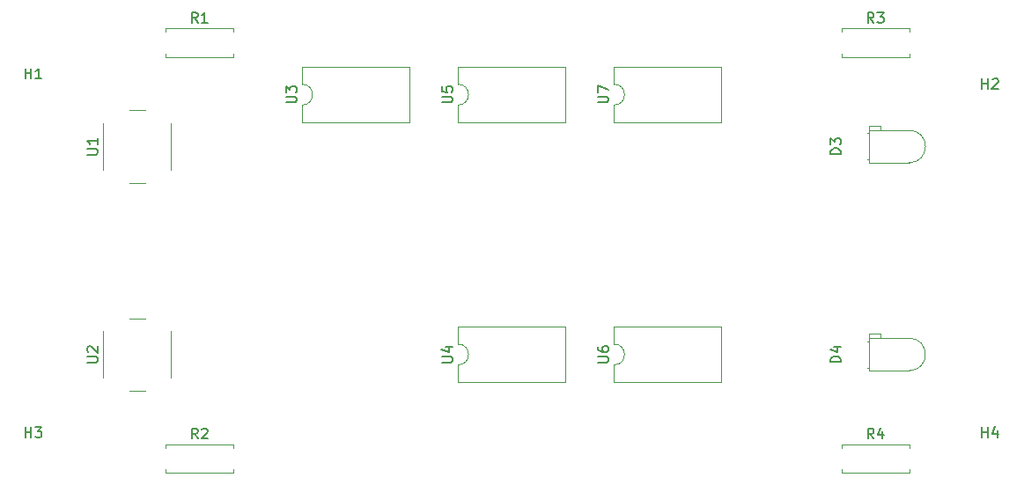
<source format=gbr>
%TF.GenerationSoftware,KiCad,Pcbnew,7.0.7*%
%TF.CreationDate,2023-11-01T21:34:32-04:00*%
%TF.ProjectId,TEJ4M-Unit-4-08,54454a34-4d2d-4556-9e69-742d342d3038,rev?*%
%TF.SameCoordinates,Original*%
%TF.FileFunction,Legend,Top*%
%TF.FilePolarity,Positive*%
%FSLAX46Y46*%
G04 Gerber Fmt 4.6, Leading zero omitted, Abs format (unit mm)*
G04 Created by KiCad (PCBNEW 7.0.7) date 2023-11-01 21:34:32*
%MOMM*%
%LPD*%
G01*
G04 APERTURE LIST*
%ADD10C,0.150000*%
%ADD11C,0.120000*%
G04 APERTURE END LIST*
D10*
X158324819Y-60751904D02*
X159134342Y-60751904D01*
X159134342Y-60751904D02*
X159229580Y-60704285D01*
X159229580Y-60704285D02*
X159277200Y-60656666D01*
X159277200Y-60656666D02*
X159324819Y-60561428D01*
X159324819Y-60561428D02*
X159324819Y-60370952D01*
X159324819Y-60370952D02*
X159277200Y-60275714D01*
X159277200Y-60275714D02*
X159229580Y-60228095D01*
X159229580Y-60228095D02*
X159134342Y-60180476D01*
X159134342Y-60180476D02*
X158324819Y-60180476D01*
X158324819Y-59799523D02*
X158324819Y-59132857D01*
X158324819Y-59132857D02*
X159324819Y-59561428D01*
X158324819Y-85751904D02*
X159134342Y-85751904D01*
X159134342Y-85751904D02*
X159229580Y-85704285D01*
X159229580Y-85704285D02*
X159277200Y-85656666D01*
X159277200Y-85656666D02*
X159324819Y-85561428D01*
X159324819Y-85561428D02*
X159324819Y-85370952D01*
X159324819Y-85370952D02*
X159277200Y-85275714D01*
X159277200Y-85275714D02*
X159229580Y-85228095D01*
X159229580Y-85228095D02*
X159134342Y-85180476D01*
X159134342Y-85180476D02*
X158324819Y-85180476D01*
X158324819Y-84275714D02*
X158324819Y-84466190D01*
X158324819Y-84466190D02*
X158372438Y-84561428D01*
X158372438Y-84561428D02*
X158420057Y-84609047D01*
X158420057Y-84609047D02*
X158562914Y-84704285D01*
X158562914Y-84704285D02*
X158753390Y-84751904D01*
X158753390Y-84751904D02*
X159134342Y-84751904D01*
X159134342Y-84751904D02*
X159229580Y-84704285D01*
X159229580Y-84704285D02*
X159277200Y-84656666D01*
X159277200Y-84656666D02*
X159324819Y-84561428D01*
X159324819Y-84561428D02*
X159324819Y-84370952D01*
X159324819Y-84370952D02*
X159277200Y-84275714D01*
X159277200Y-84275714D02*
X159229580Y-84228095D01*
X159229580Y-84228095D02*
X159134342Y-84180476D01*
X159134342Y-84180476D02*
X158896247Y-84180476D01*
X158896247Y-84180476D02*
X158801009Y-84228095D01*
X158801009Y-84228095D02*
X158753390Y-84275714D01*
X158753390Y-84275714D02*
X158705771Y-84370952D01*
X158705771Y-84370952D02*
X158705771Y-84561428D01*
X158705771Y-84561428D02*
X158753390Y-84656666D01*
X158753390Y-84656666D02*
X158801009Y-84704285D01*
X158801009Y-84704285D02*
X158896247Y-84751904D01*
X143324819Y-60751904D02*
X144134342Y-60751904D01*
X144134342Y-60751904D02*
X144229580Y-60704285D01*
X144229580Y-60704285D02*
X144277200Y-60656666D01*
X144277200Y-60656666D02*
X144324819Y-60561428D01*
X144324819Y-60561428D02*
X144324819Y-60370952D01*
X144324819Y-60370952D02*
X144277200Y-60275714D01*
X144277200Y-60275714D02*
X144229580Y-60228095D01*
X144229580Y-60228095D02*
X144134342Y-60180476D01*
X144134342Y-60180476D02*
X143324819Y-60180476D01*
X143324819Y-59228095D02*
X143324819Y-59704285D01*
X143324819Y-59704285D02*
X143801009Y-59751904D01*
X143801009Y-59751904D02*
X143753390Y-59704285D01*
X143753390Y-59704285D02*
X143705771Y-59609047D01*
X143705771Y-59609047D02*
X143705771Y-59370952D01*
X143705771Y-59370952D02*
X143753390Y-59275714D01*
X143753390Y-59275714D02*
X143801009Y-59228095D01*
X143801009Y-59228095D02*
X143896247Y-59180476D01*
X143896247Y-59180476D02*
X144134342Y-59180476D01*
X144134342Y-59180476D02*
X144229580Y-59228095D01*
X144229580Y-59228095D02*
X144277200Y-59275714D01*
X144277200Y-59275714D02*
X144324819Y-59370952D01*
X144324819Y-59370952D02*
X144324819Y-59609047D01*
X144324819Y-59609047D02*
X144277200Y-59704285D01*
X144277200Y-59704285D02*
X144229580Y-59751904D01*
X143324819Y-85751904D02*
X144134342Y-85751904D01*
X144134342Y-85751904D02*
X144229580Y-85704285D01*
X144229580Y-85704285D02*
X144277200Y-85656666D01*
X144277200Y-85656666D02*
X144324819Y-85561428D01*
X144324819Y-85561428D02*
X144324819Y-85370952D01*
X144324819Y-85370952D02*
X144277200Y-85275714D01*
X144277200Y-85275714D02*
X144229580Y-85228095D01*
X144229580Y-85228095D02*
X144134342Y-85180476D01*
X144134342Y-85180476D02*
X143324819Y-85180476D01*
X143658152Y-84275714D02*
X144324819Y-84275714D01*
X143277200Y-84513809D02*
X143991485Y-84751904D01*
X143991485Y-84751904D02*
X143991485Y-84132857D01*
X128324819Y-60751904D02*
X129134342Y-60751904D01*
X129134342Y-60751904D02*
X129229580Y-60704285D01*
X129229580Y-60704285D02*
X129277200Y-60656666D01*
X129277200Y-60656666D02*
X129324819Y-60561428D01*
X129324819Y-60561428D02*
X129324819Y-60370952D01*
X129324819Y-60370952D02*
X129277200Y-60275714D01*
X129277200Y-60275714D02*
X129229580Y-60228095D01*
X129229580Y-60228095D02*
X129134342Y-60180476D01*
X129134342Y-60180476D02*
X128324819Y-60180476D01*
X128324819Y-59799523D02*
X128324819Y-59180476D01*
X128324819Y-59180476D02*
X128705771Y-59513809D01*
X128705771Y-59513809D02*
X128705771Y-59370952D01*
X128705771Y-59370952D02*
X128753390Y-59275714D01*
X128753390Y-59275714D02*
X128801009Y-59228095D01*
X128801009Y-59228095D02*
X128896247Y-59180476D01*
X128896247Y-59180476D02*
X129134342Y-59180476D01*
X129134342Y-59180476D02*
X129229580Y-59228095D01*
X129229580Y-59228095D02*
X129277200Y-59275714D01*
X129277200Y-59275714D02*
X129324819Y-59370952D01*
X129324819Y-59370952D02*
X129324819Y-59656666D01*
X129324819Y-59656666D02*
X129277200Y-59751904D01*
X129277200Y-59751904D02*
X129229580Y-59799523D01*
X109204819Y-85761904D02*
X110014342Y-85761904D01*
X110014342Y-85761904D02*
X110109580Y-85714285D01*
X110109580Y-85714285D02*
X110157200Y-85666666D01*
X110157200Y-85666666D02*
X110204819Y-85571428D01*
X110204819Y-85571428D02*
X110204819Y-85380952D01*
X110204819Y-85380952D02*
X110157200Y-85285714D01*
X110157200Y-85285714D02*
X110109580Y-85238095D01*
X110109580Y-85238095D02*
X110014342Y-85190476D01*
X110014342Y-85190476D02*
X109204819Y-85190476D01*
X109300057Y-84761904D02*
X109252438Y-84714285D01*
X109252438Y-84714285D02*
X109204819Y-84619047D01*
X109204819Y-84619047D02*
X109204819Y-84380952D01*
X109204819Y-84380952D02*
X109252438Y-84285714D01*
X109252438Y-84285714D02*
X109300057Y-84238095D01*
X109300057Y-84238095D02*
X109395295Y-84190476D01*
X109395295Y-84190476D02*
X109490533Y-84190476D01*
X109490533Y-84190476D02*
X109633390Y-84238095D01*
X109633390Y-84238095D02*
X110204819Y-84809523D01*
X110204819Y-84809523D02*
X110204819Y-84190476D01*
X109204819Y-65761904D02*
X110014342Y-65761904D01*
X110014342Y-65761904D02*
X110109580Y-65714285D01*
X110109580Y-65714285D02*
X110157200Y-65666666D01*
X110157200Y-65666666D02*
X110204819Y-65571428D01*
X110204819Y-65571428D02*
X110204819Y-65380952D01*
X110204819Y-65380952D02*
X110157200Y-65285714D01*
X110157200Y-65285714D02*
X110109580Y-65238095D01*
X110109580Y-65238095D02*
X110014342Y-65190476D01*
X110014342Y-65190476D02*
X109204819Y-65190476D01*
X110204819Y-64190476D02*
X110204819Y-64761904D01*
X110204819Y-64476190D02*
X109204819Y-64476190D01*
X109204819Y-64476190D02*
X109347676Y-64571428D01*
X109347676Y-64571428D02*
X109442914Y-64666666D01*
X109442914Y-64666666D02*
X109490533Y-64761904D01*
X195238095Y-92954819D02*
X195238095Y-91954819D01*
X195238095Y-92431009D02*
X195809523Y-92431009D01*
X195809523Y-92954819D02*
X195809523Y-91954819D01*
X196714285Y-92288152D02*
X196714285Y-92954819D01*
X196476190Y-91907200D02*
X196238095Y-92621485D01*
X196238095Y-92621485D02*
X196857142Y-92621485D01*
X103238095Y-92954819D02*
X103238095Y-91954819D01*
X103238095Y-92431009D02*
X103809523Y-92431009D01*
X103809523Y-92954819D02*
X103809523Y-91954819D01*
X104190476Y-91954819D02*
X104809523Y-91954819D01*
X104809523Y-91954819D02*
X104476190Y-92335771D01*
X104476190Y-92335771D02*
X104619047Y-92335771D01*
X104619047Y-92335771D02*
X104714285Y-92383390D01*
X104714285Y-92383390D02*
X104761904Y-92431009D01*
X104761904Y-92431009D02*
X104809523Y-92526247D01*
X104809523Y-92526247D02*
X104809523Y-92764342D01*
X104809523Y-92764342D02*
X104761904Y-92859580D01*
X104761904Y-92859580D02*
X104714285Y-92907200D01*
X104714285Y-92907200D02*
X104619047Y-92954819D01*
X104619047Y-92954819D02*
X104333333Y-92954819D01*
X104333333Y-92954819D02*
X104238095Y-92907200D01*
X104238095Y-92907200D02*
X104190476Y-92859580D01*
X195238095Y-59454819D02*
X195238095Y-58454819D01*
X195238095Y-58931009D02*
X195809523Y-58931009D01*
X195809523Y-59454819D02*
X195809523Y-58454819D01*
X196238095Y-58550057D02*
X196285714Y-58502438D01*
X196285714Y-58502438D02*
X196380952Y-58454819D01*
X196380952Y-58454819D02*
X196619047Y-58454819D01*
X196619047Y-58454819D02*
X196714285Y-58502438D01*
X196714285Y-58502438D02*
X196761904Y-58550057D01*
X196761904Y-58550057D02*
X196809523Y-58645295D01*
X196809523Y-58645295D02*
X196809523Y-58740533D01*
X196809523Y-58740533D02*
X196761904Y-58883390D01*
X196761904Y-58883390D02*
X196190476Y-59454819D01*
X196190476Y-59454819D02*
X196809523Y-59454819D01*
X103238095Y-58454819D02*
X103238095Y-57454819D01*
X103238095Y-57931009D02*
X103809523Y-57931009D01*
X103809523Y-58454819D02*
X103809523Y-57454819D01*
X104809523Y-58454819D02*
X104238095Y-58454819D01*
X104523809Y-58454819D02*
X104523809Y-57454819D01*
X104523809Y-57454819D02*
X104428571Y-57597676D01*
X104428571Y-57597676D02*
X104333333Y-57692914D01*
X104333333Y-57692914D02*
X104238095Y-57740533D01*
X184833333Y-93084819D02*
X184500000Y-92608628D01*
X184261905Y-93084819D02*
X184261905Y-92084819D01*
X184261905Y-92084819D02*
X184642857Y-92084819D01*
X184642857Y-92084819D02*
X184738095Y-92132438D01*
X184738095Y-92132438D02*
X184785714Y-92180057D01*
X184785714Y-92180057D02*
X184833333Y-92275295D01*
X184833333Y-92275295D02*
X184833333Y-92418152D01*
X184833333Y-92418152D02*
X184785714Y-92513390D01*
X184785714Y-92513390D02*
X184738095Y-92561009D01*
X184738095Y-92561009D02*
X184642857Y-92608628D01*
X184642857Y-92608628D02*
X184261905Y-92608628D01*
X185690476Y-92418152D02*
X185690476Y-93084819D01*
X185452381Y-92037200D02*
X185214286Y-92751485D01*
X185214286Y-92751485D02*
X185833333Y-92751485D01*
X184833333Y-53084819D02*
X184500000Y-52608628D01*
X184261905Y-53084819D02*
X184261905Y-52084819D01*
X184261905Y-52084819D02*
X184642857Y-52084819D01*
X184642857Y-52084819D02*
X184738095Y-52132438D01*
X184738095Y-52132438D02*
X184785714Y-52180057D01*
X184785714Y-52180057D02*
X184833333Y-52275295D01*
X184833333Y-52275295D02*
X184833333Y-52418152D01*
X184833333Y-52418152D02*
X184785714Y-52513390D01*
X184785714Y-52513390D02*
X184738095Y-52561009D01*
X184738095Y-52561009D02*
X184642857Y-52608628D01*
X184642857Y-52608628D02*
X184261905Y-52608628D01*
X185166667Y-52084819D02*
X185785714Y-52084819D01*
X185785714Y-52084819D02*
X185452381Y-52465771D01*
X185452381Y-52465771D02*
X185595238Y-52465771D01*
X185595238Y-52465771D02*
X185690476Y-52513390D01*
X185690476Y-52513390D02*
X185738095Y-52561009D01*
X185738095Y-52561009D02*
X185785714Y-52656247D01*
X185785714Y-52656247D02*
X185785714Y-52894342D01*
X185785714Y-52894342D02*
X185738095Y-52989580D01*
X185738095Y-52989580D02*
X185690476Y-53037200D01*
X185690476Y-53037200D02*
X185595238Y-53084819D01*
X185595238Y-53084819D02*
X185309524Y-53084819D01*
X185309524Y-53084819D02*
X185214286Y-53037200D01*
X185214286Y-53037200D02*
X185166667Y-52989580D01*
X119833333Y-93084819D02*
X119500000Y-92608628D01*
X119261905Y-93084819D02*
X119261905Y-92084819D01*
X119261905Y-92084819D02*
X119642857Y-92084819D01*
X119642857Y-92084819D02*
X119738095Y-92132438D01*
X119738095Y-92132438D02*
X119785714Y-92180057D01*
X119785714Y-92180057D02*
X119833333Y-92275295D01*
X119833333Y-92275295D02*
X119833333Y-92418152D01*
X119833333Y-92418152D02*
X119785714Y-92513390D01*
X119785714Y-92513390D02*
X119738095Y-92561009D01*
X119738095Y-92561009D02*
X119642857Y-92608628D01*
X119642857Y-92608628D02*
X119261905Y-92608628D01*
X120214286Y-92180057D02*
X120261905Y-92132438D01*
X120261905Y-92132438D02*
X120357143Y-92084819D01*
X120357143Y-92084819D02*
X120595238Y-92084819D01*
X120595238Y-92084819D02*
X120690476Y-92132438D01*
X120690476Y-92132438D02*
X120738095Y-92180057D01*
X120738095Y-92180057D02*
X120785714Y-92275295D01*
X120785714Y-92275295D02*
X120785714Y-92370533D01*
X120785714Y-92370533D02*
X120738095Y-92513390D01*
X120738095Y-92513390D02*
X120166667Y-93084819D01*
X120166667Y-93084819D02*
X120785714Y-93084819D01*
X119833333Y-53084819D02*
X119500000Y-52608628D01*
X119261905Y-53084819D02*
X119261905Y-52084819D01*
X119261905Y-52084819D02*
X119642857Y-52084819D01*
X119642857Y-52084819D02*
X119738095Y-52132438D01*
X119738095Y-52132438D02*
X119785714Y-52180057D01*
X119785714Y-52180057D02*
X119833333Y-52275295D01*
X119833333Y-52275295D02*
X119833333Y-52418152D01*
X119833333Y-52418152D02*
X119785714Y-52513390D01*
X119785714Y-52513390D02*
X119738095Y-52561009D01*
X119738095Y-52561009D02*
X119642857Y-52608628D01*
X119642857Y-52608628D02*
X119261905Y-52608628D01*
X120785714Y-53084819D02*
X120214286Y-53084819D01*
X120500000Y-53084819D02*
X120500000Y-52084819D01*
X120500000Y-52084819D02*
X120404762Y-52227676D01*
X120404762Y-52227676D02*
X120309524Y-52322914D01*
X120309524Y-52322914D02*
X120214286Y-52370533D01*
X181669819Y-85718094D02*
X180669819Y-85718094D01*
X180669819Y-85718094D02*
X180669819Y-85479999D01*
X180669819Y-85479999D02*
X180717438Y-85337142D01*
X180717438Y-85337142D02*
X180812676Y-85241904D01*
X180812676Y-85241904D02*
X180907914Y-85194285D01*
X180907914Y-85194285D02*
X181098390Y-85146666D01*
X181098390Y-85146666D02*
X181241247Y-85146666D01*
X181241247Y-85146666D02*
X181431723Y-85194285D01*
X181431723Y-85194285D02*
X181526961Y-85241904D01*
X181526961Y-85241904D02*
X181622200Y-85337142D01*
X181622200Y-85337142D02*
X181669819Y-85479999D01*
X181669819Y-85479999D02*
X181669819Y-85718094D01*
X181003152Y-84289523D02*
X181669819Y-84289523D01*
X180622200Y-84527618D02*
X181336485Y-84765713D01*
X181336485Y-84765713D02*
X181336485Y-84146666D01*
X181669819Y-65718094D02*
X180669819Y-65718094D01*
X180669819Y-65718094D02*
X180669819Y-65479999D01*
X180669819Y-65479999D02*
X180717438Y-65337142D01*
X180717438Y-65337142D02*
X180812676Y-65241904D01*
X180812676Y-65241904D02*
X180907914Y-65194285D01*
X180907914Y-65194285D02*
X181098390Y-65146666D01*
X181098390Y-65146666D02*
X181241247Y-65146666D01*
X181241247Y-65146666D02*
X181431723Y-65194285D01*
X181431723Y-65194285D02*
X181526961Y-65241904D01*
X181526961Y-65241904D02*
X181622200Y-65337142D01*
X181622200Y-65337142D02*
X181669819Y-65479999D01*
X181669819Y-65479999D02*
X181669819Y-65718094D01*
X180669819Y-64813332D02*
X180669819Y-64194285D01*
X180669819Y-64194285D02*
X181050771Y-64527618D01*
X181050771Y-64527618D02*
X181050771Y-64384761D01*
X181050771Y-64384761D02*
X181098390Y-64289523D01*
X181098390Y-64289523D02*
X181146009Y-64241904D01*
X181146009Y-64241904D02*
X181241247Y-64194285D01*
X181241247Y-64194285D02*
X181479342Y-64194285D01*
X181479342Y-64194285D02*
X181574580Y-64241904D01*
X181574580Y-64241904D02*
X181622200Y-64289523D01*
X181622200Y-64289523D02*
X181669819Y-64384761D01*
X181669819Y-64384761D02*
X181669819Y-64670475D01*
X181669819Y-64670475D02*
X181622200Y-64765713D01*
X181622200Y-64765713D02*
X181574580Y-64813332D01*
D11*
%TO.C,U7*%
X159870000Y-57340000D02*
X159870000Y-58990000D01*
X159870000Y-62640000D02*
X170150000Y-62640000D01*
X170150000Y-57340000D02*
X159870000Y-57340000D01*
X159870000Y-60990000D02*
X159870000Y-62640000D01*
X170150000Y-62640000D02*
X170150000Y-57340000D01*
X159870000Y-60990000D02*
G75*
G03*
X159870000Y-58990000I0J1000000D01*
G01*
%TO.C,U6*%
X159870000Y-82340000D02*
X159870000Y-83990000D01*
X159870000Y-87640000D02*
X170150000Y-87640000D01*
X170150000Y-82340000D02*
X159870000Y-82340000D01*
X159870000Y-85990000D02*
X159870000Y-87640000D01*
X170150000Y-87640000D02*
X170150000Y-82340000D01*
X159870000Y-85990000D02*
G75*
G03*
X159870000Y-83990000I0J1000000D01*
G01*
%TO.C,U5*%
X144870000Y-57340000D02*
X144870000Y-58990000D01*
X144870000Y-62640000D02*
X155150000Y-62640000D01*
X155150000Y-57340000D02*
X144870000Y-57340000D01*
X144870000Y-60990000D02*
X144870000Y-62640000D01*
X155150000Y-62640000D02*
X155150000Y-57340000D01*
X144870000Y-60990000D02*
G75*
G03*
X144870000Y-58990000I0J1000000D01*
G01*
%TO.C,U4*%
X144870000Y-82340000D02*
X144870000Y-83990000D01*
X144870000Y-87640000D02*
X155150000Y-87640000D01*
X155150000Y-82340000D02*
X144870000Y-82340000D01*
X144870000Y-85990000D02*
X144870000Y-87640000D01*
X155150000Y-87640000D02*
X155150000Y-82340000D01*
X144870000Y-85990000D02*
G75*
G03*
X144870000Y-83990000I0J1000000D01*
G01*
%TO.C,U3*%
X129870000Y-57340000D02*
X129870000Y-58990000D01*
X129870000Y-62640000D02*
X140150000Y-62640000D01*
X140150000Y-57340000D02*
X129870000Y-57340000D01*
X129870000Y-60990000D02*
X129870000Y-62640000D01*
X140150000Y-62640000D02*
X140150000Y-57340000D01*
X129870000Y-60990000D02*
G75*
G03*
X129870000Y-58990000I0J1000000D01*
G01*
%TO.C,U2*%
X114750000Y-81500000D02*
X113250000Y-81500000D01*
X110750000Y-82750000D02*
X110750000Y-87250000D01*
X113250000Y-88500000D02*
X114750000Y-88500000D01*
X117250000Y-87250000D02*
X117250000Y-82750000D01*
%TO.C,U1*%
X114750000Y-61500000D02*
X113250000Y-61500000D01*
X110750000Y-62750000D02*
X110750000Y-67250000D01*
X113250000Y-68500000D02*
X114750000Y-68500000D01*
X117250000Y-67250000D02*
X117250000Y-62750000D01*
%TO.C,R4*%
X188270000Y-93630000D02*
X188270000Y-93960000D01*
X181730000Y-93960000D02*
X181730000Y-93630000D01*
X181730000Y-96040000D02*
X181730000Y-96370000D01*
X181730000Y-96370000D02*
X188270000Y-96370000D01*
X181730000Y-93630000D02*
X188270000Y-93630000D01*
X188270000Y-96370000D02*
X188270000Y-96040000D01*
%TO.C,R3*%
X188270000Y-56370000D02*
X188270000Y-56040000D01*
X181730000Y-53630000D02*
X188270000Y-53630000D01*
X181730000Y-56370000D02*
X188270000Y-56370000D01*
X181730000Y-56040000D02*
X181730000Y-56370000D01*
X181730000Y-53960000D02*
X181730000Y-53630000D01*
X188270000Y-53630000D02*
X188270000Y-53960000D01*
%TO.C,R2*%
X123270000Y-96370000D02*
X123270000Y-96040000D01*
X116730000Y-93630000D02*
X123270000Y-93630000D01*
X116730000Y-96370000D02*
X123270000Y-96370000D01*
X116730000Y-96040000D02*
X116730000Y-96370000D01*
X116730000Y-93960000D02*
X116730000Y-93630000D01*
X123270000Y-93630000D02*
X123270000Y-93960000D01*
%TO.C,R1*%
X123270000Y-56370000D02*
X123270000Y-56040000D01*
X116730000Y-53630000D02*
X123270000Y-53630000D01*
X116730000Y-56370000D02*
X123270000Y-56370000D01*
X116730000Y-56040000D02*
X116730000Y-56370000D01*
X116730000Y-53960000D02*
X116730000Y-53630000D01*
X123270000Y-53630000D02*
X123270000Y-53960000D01*
%TO.C,D4*%
X184385000Y-86250000D02*
X184385000Y-86250000D01*
X185505000Y-83020000D02*
X185505000Y-83420000D01*
X184385000Y-86540000D02*
X184385000Y-83420000D01*
X184255000Y-86250000D02*
X184385000Y-86250000D01*
X185505000Y-83420000D02*
X184385000Y-83420000D01*
X184255000Y-83710000D02*
X184385000Y-83710000D01*
X184255000Y-86250000D02*
X184255000Y-86250000D01*
X184255000Y-83710000D02*
X184255000Y-83710000D01*
X184385000Y-83020000D02*
X185505000Y-83020000D01*
X184385000Y-83420000D02*
X184385000Y-83020000D01*
X184385000Y-86540000D02*
X188245000Y-86540000D01*
X184385000Y-83420000D02*
X188245000Y-83420000D01*
X184385000Y-83710000D02*
X184255000Y-83710000D01*
X184385000Y-86250000D02*
X184255000Y-86250000D01*
X184385000Y-83710000D02*
X184385000Y-83710000D01*
X188245000Y-86540000D02*
G75*
G03*
X188245000Y-83420000I0J1560000D01*
G01*
%TO.C,D3*%
X184385000Y-66250000D02*
X184385000Y-66250000D01*
X185505000Y-63020000D02*
X185505000Y-63420000D01*
X184385000Y-66540000D02*
X184385000Y-63420000D01*
X184255000Y-66250000D02*
X184385000Y-66250000D01*
X185505000Y-63420000D02*
X184385000Y-63420000D01*
X184255000Y-63710000D02*
X184385000Y-63710000D01*
X184255000Y-66250000D02*
X184255000Y-66250000D01*
X184255000Y-63710000D02*
X184255000Y-63710000D01*
X184385000Y-63020000D02*
X185505000Y-63020000D01*
X184385000Y-63420000D02*
X184385000Y-63020000D01*
X184385000Y-66540000D02*
X188245000Y-66540000D01*
X184385000Y-63420000D02*
X188245000Y-63420000D01*
X184385000Y-63710000D02*
X184255000Y-63710000D01*
X184385000Y-66250000D02*
X184255000Y-66250000D01*
X184385000Y-63710000D02*
X184385000Y-63710000D01*
X188245000Y-66540000D02*
G75*
G03*
X188245000Y-63420000I0J1560000D01*
G01*
%TD*%
M02*

</source>
